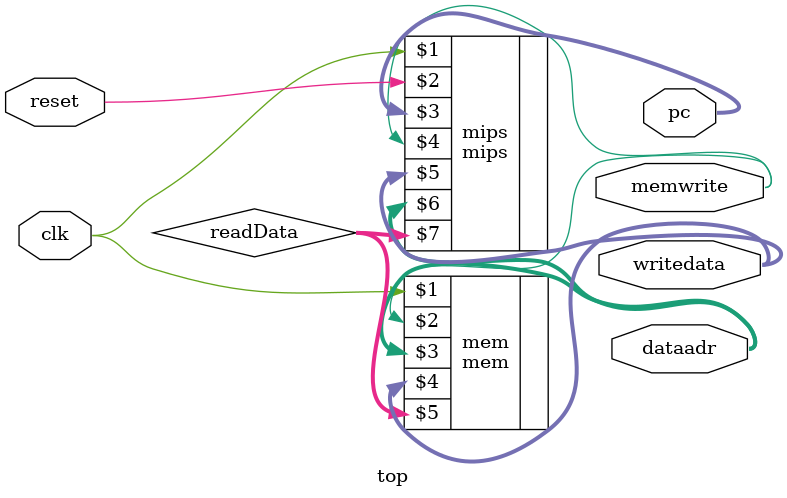
<source format=sv>
module top(input logic clk, reset,
            output logic [31:0] writedata, dataadr, pc,
            output logic memwrite);
            
    logic [31:0] readData;
    
    mips mips(clk, reset, pc, memwrite, writedata, dataadr, readData);
    mem mem(clk, memwrite, dataadr, writedata, readData);
          
endmodule
</source>
